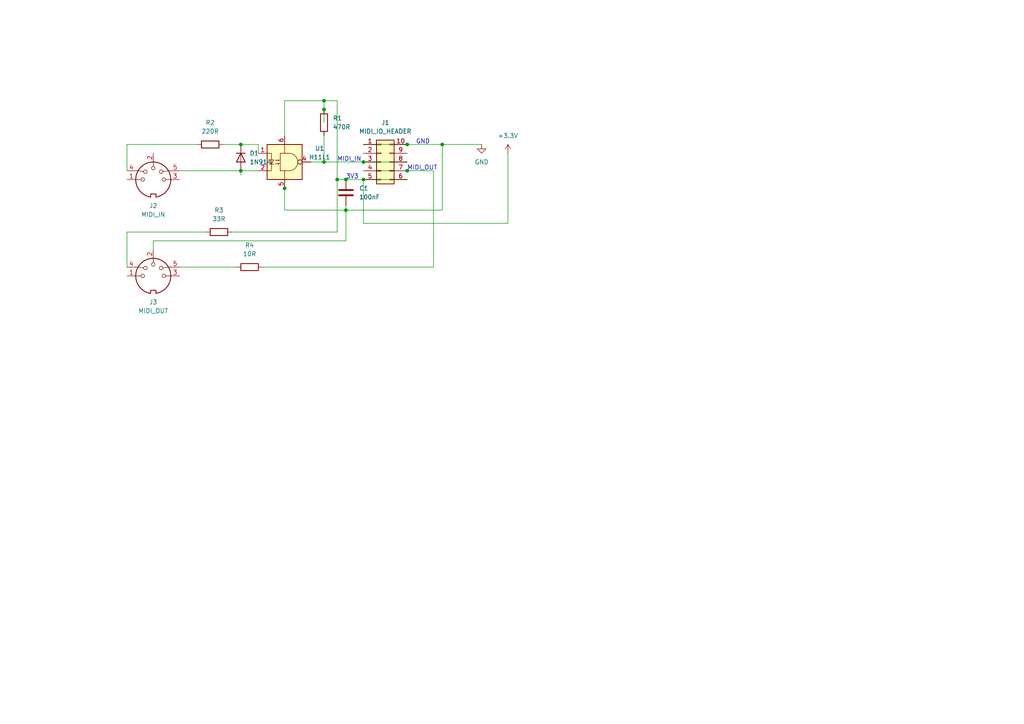
<source format=kicad_sch>
(kicad_sch (version 20230121) (generator eeschema)
  (paper "A4")
  (lib_symbols
    (symbol "Connector:DIN-5_180degree" (pin_names (offset 1.016))
      (property "Reference" "J" (at 3.175 5.715 0))
      (property "Value" "DIN-5_180degree" (at 0 -6.35 0))
      (symbol "DIN-5_180degree_0_1"
        (arc (start -5.08 0) (mid -3.8609 -3.3364) (end -0.762 -5.08) (stroke (width 0.254)))
        (circle (center -3.048 0) (radius 0.508))
        (circle (center -2.286 2.286) (radius 0.508))
        (polyline (pts (xy -5.08 0) (xy -3.556 0)))
        (polyline (pts (xy 0 5.08) (xy 0 3.81)))
        (polyline (pts (xy 5.08 0) (xy 3.556 0)))
        (polyline (pts (xy -5.08 2.54) (xy -4.318 2.54) (xy -2.794 2.286)))
        (polyline (pts (xy 5.08 2.54) (xy 4.318 2.54) (xy 2.794 2.286)))
        (polyline (pts (xy -0.762 -4.953) (xy -0.762 -4.191) (xy 0.762 -4.191) (xy 0.762 -4.953)) (stroke (width 0.254)))
        (circle (center 0 3.302) (radius 0.508))
        (arc (start 0.762 -5.08) (mid 3.8685 -3.343) (end 5.08 0) (stroke (width 0.254)))
        (circle (center 2.286 2.286) (radius 0.508))
        (circle (center 3.048 0) (radius 0.508))
        (arc (start 5.08 0) (mid 0 5.0579) (end -5.08 0) (stroke (width 0.254)))
      )
      (symbol "DIN-5_180degree_1_1"
        (pin passive line (at -7.62 0 0) (length 2.54) (name "~") (number "1"))
        (pin passive line (at 0 7.62 270) (length 2.54) (name "~") (number "2"))
        (pin passive line (at 7.62 0 180) (length 2.54) (name "~") (number "3"))
        (pin passive line (at -7.62 2.54 0) (length 2.54) (name "~") (number "4"))
        (pin passive line (at 7.62 2.54 180) (length 2.54) (name "~") (number "5"))
      )
    )
    (symbol "Connector_Generic:Conn_02x05_Counter_Clockwise" (pin_names (offset 1.016) hide)
      (property "Reference" "J1" (at 1.27 11.43 0))
      (property "Value" "POWER_HEADER" (at 1.27 8.89 0))
      (symbol "Conn_02x05_Counter_Clockwise_1_1"
        (rectangle (start -1.27 -4.953) (end 0 -5.207) (stroke (width 0.1524)))
        (rectangle (start -1.27 -2.413) (end 0 -2.667) (stroke (width 0.1524)))
        (rectangle (start -1.27 0.127) (end 0 -0.127) (stroke (width 0.1524)))
        (rectangle (start -1.27 2.667) (end 0 2.413) (stroke (width 0.1524)))
        (rectangle (start -1.27 5.207) (end 0 4.953) (stroke (width 0.1524)))
        (rectangle (start -1.27 6.35) (end 3.81 -6.35) (stroke (width 0.254)) (fill (type background)))
        (rectangle (start 3.81 -4.953) (end 2.54 -5.207) (stroke (width 0.1524)))
        (rectangle (start 3.81 -2.413) (end 2.54 -2.667) (stroke (width 0.1524)))
        (rectangle (start 3.81 0.127) (end 2.54 -0.127) (stroke (width 0.1524)))
        (rectangle (start 3.81 2.667) (end 2.54 2.413) (stroke (width 0.1524)))
        (rectangle (start 3.81 5.207) (end 2.54 4.953) (stroke (width 0.1524)))
        (pin passive line (at -5.08 5.08 0) (length 3.81) (name "Pin_1") (number "1"))
        (pin passive line (at 7.62 5.08 180) (length 3.81) (name "Pin_10") (number "10"))
        (pin passive line (at -5.08 2.54 0) (length 3.81) (name "Pin_2") (number "2"))
        (pin passive line (at -5.08 0 0) (length 3.81) (name "Pin_3") (number "3"))
        (pin passive line (at -5.08 -2.54 0) (length 3.81) (name "Pin_4") (number "4"))
        (pin passive line (at -5.08 -5.08 0) (length 3.81) (name "Pin_5") (number "5"))
        (pin passive line (at 7.62 -5.08 180) (length 3.81) (name "Pin_6") (number "6"))
        (pin passive line (at 7.62 -2.54 180) (length 3.81) (name "Pin_7") (number "7"))
        (pin passive line (at 7.62 0 180) (length 3.81) (name "Pin_8") (number "8"))
        (pin passive line (at 7.62 2.54 180) (length 3.81) (name "Pin_9") (number "9"))
      )
    )
    (symbol "Device:C" (pin_numbers hide) (pin_names (offset 0.254))
      (property "Reference" "C" (at 0.635 2.54 0))
      (property "Value" "C" (at 0.635 -2.54 0))
      (symbol "C_0_1"
        (polyline (pts (xy -2.032 -0.762) (xy 2.032 -0.762)) (stroke (width 0.508)))
        (polyline (pts (xy -2.032 0.762) (xy 2.032 0.762)) (stroke (width 0.508)))
      )
      (symbol "C_1_1"
        (pin passive line (at 0 3.81 270) (length 2.794) (name "~") (number "1"))
        (pin passive line (at 0 -3.81 90) (length 2.794) (name "~") (number "2"))
      )
    )
    (symbol "Device:R" (pin_numbers hide) (pin_names (offset 0))
      (property "Reference" "R" (at 2.032 0 90))
      (property "Value" "R" (at 0 0 90))
      (symbol "R_0_1"
        (rectangle (start -1.016 -2.54) (end 1.016 2.54) (stroke (width 0.254)))
      )
      (symbol "R_1_1"
        (pin passive line (at 0 3.81 270) (length 1.27) (name "~") (number "1"))
        (pin passive line (at 0 -3.81 90) (length 1.27) (name "~") (number "2"))
      )
    )
    (symbol "Diode:1N914" (pin_numbers hide) (pin_names hide)
      (property "Reference" "D" (at 0 2.54 0))
      (property "Value" "1N914" (at 0 -2.54 0))
      (symbol "1N914_0_1"
        (polyline (pts (xy -1.27 1.27) (xy -1.27 -1.27)) (stroke (width 0.254)))
        (polyline (pts (xy 1.27 0) (xy -1.27 0)))
        (polyline (pts (xy 1.27 1.27) (xy 1.27 -1.27) (xy -1.27 0) (xy 1.27 1.27)) (stroke (width 0.254)))
      )
      (symbol "1N914_1_1"
        (pin passive line (at -3.81 0 0) (length 2.54) (name "K") (number "1"))
        (pin passive line (at 3.81 0 180) (length 2.54) (name "A") (number "2"))
      )
    )
    (symbol "Isolator:H11L1" (pin_names (offset 1.016))
      (property "Reference" "U" (at 1.27 8.89 0))
      (property "Value" "H11L1" (at 1.27 6.35 0))
      (symbol "H11L1_0_1"
        (rectangle (start -5.08 5.08) (end 5.08 -5.08) (stroke (width 0.254)) (fill (type background)))
        (polyline (pts (xy -4.445 -0.635) (xy -3.175 -0.635)))
        (polyline (pts (xy 0 2.54) (xy 0 5.08)))
        (polyline (pts (xy 0 -2.54) (xy 0 -5.08) (xy 0 -3.81)))
        (polyline (pts (xy -5.08 -2.54) (xy -3.81 -2.54) (xy -3.81 2.54) (xy -5.08 2.54)))
        (polyline (pts (xy -3.81 -0.635) (xy -4.445 0.635) (xy -3.175 0.635) (xy -3.81 -0.635)))
        (polyline (pts (xy 1.27 -2.54) (xy -1.27 -2.54) (xy -1.27 2.54) (xy 1.27 2.54)))
        (polyline (pts (xy -2.794 -0.508) (xy -1.524 -0.508) (xy -1.905 -0.635) (xy -1.905 -0.381) (xy -1.524 -0.508)))
        (polyline (pts (xy -2.794 0.508) (xy -1.524 0.508) (xy -1.905 0.381) (xy -1.905 0.635) (xy -1.524 0.508)))
        (arc (start 1.27 -2.54) (mid 3.799 0) (end 1.27 2.54))
      )
      (symbol "H11L1_1_1"
        (pin passive line (at -7.62 2.54 0) (length 2.54) (name "~") (number "1"))
        (pin passive line (at -7.62 -2.54 0) (length 2.54) (name "~") (number "2"))
        (pin no_connect line (at -5.08 0 0) (length 2.54) hide (name "~") (number "3"))
        (pin output inverted (at 7.62 0 180) (length 3.81) (name "~") (number "4"))
        (pin power_in line (at 0 -7.62 90) (length 2.54) (name "~") (number "5"))
        (pin power_in line (at 0 7.62 270) (length 2.54) (name "~") (number "6"))
      )
    )
    (symbol "power:+3.3V" (power) (pin_names (offset 0))
      (property "Value" "+3.3V" (at 0 3.556 0))
      (symbol "+3.3V_0_1"
        (polyline (pts (xy -0.762 1.27) (xy 0 2.54)))
        (polyline (pts (xy 0 0) (xy 0 2.54)))
        (polyline (pts (xy 0 2.54) (xy 0.762 1.27)))
      )
      (symbol "+3.3V_1_1"
        (pin power_in line (at 0 0 90) (length 0) hide (name "+3.3V") (number "1"))
      )
    )
    (symbol "power:GND" (power) (pin_names (offset 0))
      (property "Value" "GND" (at 0 -3.81 0))
      (symbol "GND_0_1"
        (polyline (pts (xy 0 0) (xy 0 -1.27) (xy 1.27 -1.27) (xy 0 -2.54) (xy -1.27 -1.27) (xy 0 -1.27)))
      )
      (symbol "GND_1_1"
        (pin power_in line (at 0 0 270) (length 0) hide (name "GND") (number "1"))
      )
    )
  )
  (junction (at 118.11 41.91))
  (junction (at 118.11 49.53))
  (junction (at 93.98 31.75))
  (junction (at 100.33 60.96))
  (junction (at 93.98 46.99))
  (junction (at 128.27 41.91))
  (junction (at 69.85 49.53))
  (junction (at 93.98 29.21))
  (junction (at 100.33 52.07))
  (junction (at 105.41 52.07))
  (junction (at 97.79 52.07))
  (junction (at 105.41 46.99))
  (junction (at 82.55 54.61))
  (junction (at 69.85 41.91))
  (wire (pts (xy 105.41 52.07) (xy 105.41 64.77)))
  (wire (pts (xy 93.98 31.75) (xy 93.98 35.56)))
  (wire (pts (xy 147.32 44.45) (xy 147.32 64.77)))
  (wire (pts (xy 105.41 52.07) (xy 118.11 52.07)))
  (wire (pts (xy 93.98 29.21) (xy 93.98 31.75)))
  (wire (pts (xy 93.98 39.37) (xy 93.98 46.99)))
  (wire (pts (xy 93.98 46.99) (xy 105.41 46.99)))
  (wire (pts (xy 36.83 41.91) (xy 36.83 49.53)))
  (wire (pts (xy 69.85 41.91) (xy 64.77 41.91)))
  (wire (pts (xy 69.85 49.53) (xy 74.93 49.53)))
  (wire (pts (xy 97.79 29.21) (xy 97.79 52.07)))
  (wire (pts (xy 93.98 29.21) (xy 97.79 29.21)))
  (wire (pts (xy 52.07 77.47) (xy 68.58 77.47)))
  (wire (pts (xy 100.33 59.69) (xy 100.33 60.96)))
  (wire (pts (xy 97.79 67.31) (xy 97.79 52.07)))
  (wire (pts (xy 100.33 69.85) (xy 100.33 60.96)))
  (wire (pts (xy 90.17 46.99) (xy 93.98 46.99)))
  (wire (pts (xy 82.55 53.34) (xy 82.55 54.61)))
  (wire (pts (xy 52.07 49.53) (xy 69.85 49.53)))
  (wire (pts (xy 128.27 60.96) (xy 128.27 41.91)))
  (wire (pts (xy 82.55 29.21) (xy 93.98 29.21)))
  (wire (pts (xy 100.33 52.07) (xy 105.41 52.07)))
  (wire (pts (xy 118.11 41.91) (xy 128.27 41.91)))
  (wire (pts (xy 97.79 52.07) (xy 100.33 52.07)))
  (wire (pts (xy 57.15 41.91) (xy 36.83 41.91)))
  (wire (pts (xy 128.27 41.91) (xy 139.7 41.91)))
  (wire (pts (xy 82.55 54.61) (xy 82.55 60.96)))
  (wire (pts (xy 36.83 77.47) (xy 36.83 67.31)))
  (wire (pts (xy 74.93 41.91) (xy 74.93 44.45)))
  (wire (pts (xy 118.11 49.53) (xy 125.73 49.53)))
  (wire (pts (xy 82.55 60.96) (xy 100.33 60.96)))
  (wire (pts (xy 76.2 77.47) (xy 125.73 77.47)))
  (wire (pts (xy 105.41 49.53) (xy 118.11 49.53)))
  (wire (pts (xy 69.85 41.91) (xy 69.85 43.18)))
  (wire (pts (xy 82.55 39.37) (xy 82.55 29.21)))
  (wire (pts (xy 36.83 67.31) (xy 59.69 67.31)))
  (wire (pts (xy 44.45 69.85) (xy 100.33 69.85)))
  (wire (pts (xy 105.41 64.77) (xy 147.32 64.77)))
  (wire (pts (xy 74.93 41.91) (xy 69.85 41.91)))
  (wire (pts (xy 69.85 49.53) (xy 69.85 50.8)))
  (wire (pts (xy 44.45 72.39) (xy 44.45 69.85)))
  (wire (pts (xy 67.31 67.31) (xy 97.79 67.31)))
  (wire (pts (xy 125.73 77.47) (xy 125.73 49.53)))
  (wire (pts (xy 105.41 41.91) (xy 118.11 41.91)))
  (wire (pts (xy 105.41 46.99) (xy 118.11 46.99)))
  (wire (pts (xy 100.33 60.96) (xy 128.27 60.96)))
  (text "MIDI_IN" (at 97.79 46.99 0) (effects (font (size 1.27 1.27)) (justify left bottom)))
  (text "GND" (at 120.65 41.91 0) (effects (font (size 1.27 1.27)) (justify left bottom)))
  (text "3V3" (at 100.33 52.07 0) (effects (font (size 1.27 1.27)) (justify left bottom)))
  (text "MIDI_OUT" (at 118.11 49.53 0) (effects (font (size 1.27 1.27)) (justify left bottom)))
  (symbol (lib_id "Diode:1N914") (at 69.85 45.72 270) (unit 1)
    (property "Reference" "D1" (at 72.39 44.45 90) (effects (justify left)))
    (property "Value" "1N914" (at 72.39 46.99 90) (effects (justify left)))
    (property "Footprint" "Diode_THT:D_DO-35_SOD27_P7.62mm_Horizontal" (effects hide))
    (property "Datasheet" "http://www.vishay.com/docs/85622/1n914.pdf" (effects hide))
    (property "Sim.Device" "D" (effects hide))
    (property "Sim.Pins" "1=K 2=A" (effects hide))
  )
  (symbol (lib_id "Connector_Generic:Conn_02x05_Counter_Clockwise") (at 110.49 46.99 0) (unit 1)
    (property "Reference" "J1" (at 111.76 35.56 0))
    (property "Value" "MIDI_IO_HEADER" (at 111.76 38.1 0))
    (property "Footprint" "Connector_IDC:IDC-Header_2x05_P2.54mm_Vertical" (effects hide))
  )
  (symbol (lib_id "Device:R") (at 63.5 67.31 90) (unit 1)
    (property "Reference" "R3" (at 63.5 60.96 90))
    (property "Value" "33R" (at 63.5 63.5 90))
    (property "Footprint" "Resistor_THT:R_Axial_DIN0207_L6.3mm_D2.5mm_P7.62mm_Horizontal" (effects hide))
  )
  (symbol (lib_id "Device:R") (at 72.39 77.47 90) (unit 1)
    (property "Reference" "R4" (at 72.39 71.12 90))
    (property "Value" "10R" (at 72.39 73.66 90))
    (property "Footprint" "Resistor_THT:R_Axial_DIN0207_L6.3mm_D2.5mm_P7.62mm_Horizontal" (effects hide))
  )
  (symbol (lib_id "Connector:DIN-5_180degree") (at 44.45 52.07 0) (unit 1)
    (property "Reference" "J2" (at 44.4501 59.69 0))
    (property "Value" "MIDI_IN" (at 44.4501 62.23 0))
    (property "Footprint" "Eurocad:MIDI_DIN5" (effects hide))
    (property "Datasheet" "http://www.mouser.com/ds/2/18/40_c091_abd_e-75918.pdf" (effects hide))
  )
  (symbol (lib_id "power:GND") (at 139.7 41.91 0) (unit 1)
    (property "Reference" "#PWR01" (effects hide))
    (property "Value" "GND" (at 139.7 46.99 0))
  )
  (symbol (lib_id "Isolator:H11L1") (at 82.55 46.99 0) (unit 1)
    (property "Reference" "U1" (at 92.71 43.0531 0))
    (property "Value" "H11L1" (at 92.71 45.5931 0))
    (property "Footprint" "Package_DIP:DIP-6_W7.62mm_Socket" (effects hide))
    (property "Datasheet" "https://www.onsemi.com/pub/Collateral/H11L3M-D.PDF" (effects hide))
  )
  (symbol (lib_id "power:+3.3V") (at 147.32 44.45 0) (unit 1)
    (property "Reference" "#PWR02" (effects hide))
    (property "Value" "+3.3V" (at 147.32 39.37 0))
  )
  (symbol (lib_id "Connector:DIN-5_180degree") (at 44.45 80.01 0) (unit 1)
    (property "Reference" "J3" (at 44.4501 87.63 0))
    (property "Value" "MIDI_OUT" (at 44.4501 90.17 0))
    (property "Footprint" "Eurocad:MIDI_DIN5" (effects hide))
    (property "Datasheet" "http://www.mouser.com/ds/2/18/40_c091_abd_e-75918.pdf" (effects hide))
  )
  (symbol (lib_id "Device:C") (at 100.33 55.88 0) (unit 1)
    (property "Reference" "C1" (at 104.14 54.61 0) (effects (justify left)))
    (property "Value" "100nF" (at 104.14 57.15 0) (effects (justify left)))
    (property "Footprint" "Capacitor_THT:CP_Axial_L10.0mm_D4.5mm_P15.00mm_Horizontal" (effects hide))
  )
  (symbol (lib_id "Device:R") (at 93.98 35.56 0) (unit 1)
    (property "Reference" "R1" (at 96.52 34.29 0) (effects (justify left)))
    (property "Value" "470R" (at 96.52 36.83 0) (effects (justify left)))
    (property "Footprint" "Resistor_THT:R_Axial_DIN0207_L6.3mm_D2.5mm_P7.62mm_Horizontal" (effects hide))
  )
  (symbol (lib_id "Device:R") (at 60.96 41.91 90) (unit 1)
    (property "Reference" "R2" (at 60.96 35.56 90))
    (property "Value" "220R" (at 60.96 38.1 90))
    (property "Footprint" "Resistor_THT:R_Axial_DIN0207_L6.3mm_D2.5mm_P7.62mm_Horizontal" (effects hide))
  )
)
</source>
